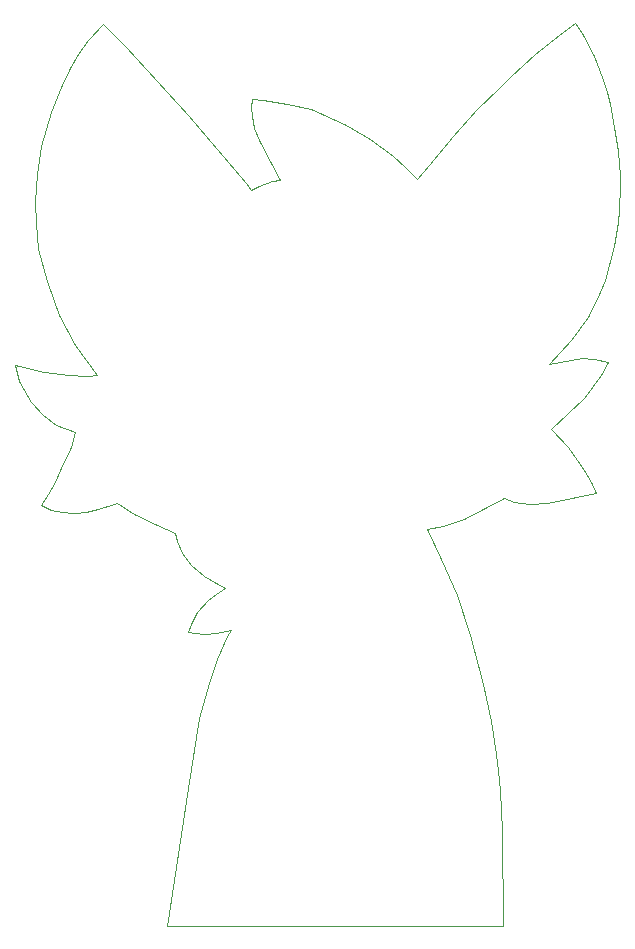
<source format=gbr>
%TF.GenerationSoftware,KiCad,Pcbnew,9.0.0*%
%TF.CreationDate,2025-04-08T13:38:05+08:00*%
%TF.ProjectId,project,70726f6a-6563-4742-9e6b-696361645f70,rev?*%
%TF.SameCoordinates,Original*%
%TF.FileFunction,Profile,NP*%
%FSLAX46Y46*%
G04 Gerber Fmt 4.6, Leading zero omitted, Abs format (unit mm)*
G04 Created by KiCad (PCBNEW 9.0.0) date 2025-04-08 13:38:05*
%MOMM*%
%LPD*%
G01*
G04 APERTURE LIST*
%TA.AperFunction,Profile*%
%ADD10C,0.050000*%
%TD*%
G04 APERTURE END LIST*
D10*
X148970000Y-29438254D02*
X150010000Y-31418254D01*
X150410000Y-32458254D01*
X150770000Y-33418254D01*
X151080000Y-34428254D01*
X151330000Y-35448254D01*
X151740000Y-37418254D01*
X152030000Y-39408254D01*
X152180000Y-41458254D01*
X152220000Y-42428254D01*
X152160000Y-44438254D01*
X152030000Y-45408254D01*
X151700000Y-47428254D01*
X150920000Y-50308254D01*
X150510000Y-51388254D01*
X149460000Y-53468254D01*
X148080000Y-55438254D01*
X146180000Y-57478254D01*
X148980000Y-56938254D01*
X150030000Y-57018254D01*
X151160000Y-57258254D01*
X150620000Y-58428254D01*
X149140000Y-60338254D01*
X147840000Y-61588254D01*
X146380000Y-62968254D01*
X147770000Y-64508254D01*
X149190000Y-66448254D01*
X149710000Y-67418254D01*
X150150000Y-68398254D01*
X146030000Y-69238254D01*
X144480000Y-69278254D01*
X143270000Y-69138254D01*
X142400000Y-68808254D01*
X138970000Y-70608254D01*
X137250000Y-71198254D01*
X135840000Y-71458254D01*
X137060000Y-73948254D01*
X138380000Y-76988254D01*
X139520000Y-80418254D01*
X140630000Y-84518254D01*
X141300000Y-87718254D01*
X141690000Y-90438254D01*
X141910000Y-91848254D01*
X142060000Y-93618254D01*
X142160000Y-95238254D01*
X142180000Y-96998254D01*
X142333334Y-105048254D01*
X113870149Y-105048254D01*
X115590000Y-93358254D01*
X116570000Y-87438254D01*
X117440000Y-84468254D01*
X118060000Y-82458254D01*
X118930000Y-80468254D01*
X119250000Y-79948254D01*
X118010000Y-80258254D01*
X117010000Y-80298254D01*
X115640000Y-80158254D01*
X115900000Y-79438254D01*
X116400000Y-78488254D01*
X117310000Y-77448254D01*
X117970000Y-76958254D01*
X118750000Y-76438254D01*
X118020000Y-75998254D01*
X116980000Y-75418254D01*
X115920000Y-74458254D01*
X115150000Y-73448254D01*
X114700000Y-72458254D01*
X114500000Y-71728254D01*
X113010000Y-71108254D01*
X111040000Y-70168254D01*
X109590000Y-69228254D01*
X108010000Y-69768254D01*
X107010000Y-69968254D01*
X105970000Y-70058254D01*
X105000000Y-70018254D01*
X104010000Y-69818254D01*
X103210000Y-69398254D01*
X103770000Y-68458254D01*
X104330000Y-67468254D01*
X104830000Y-66468254D01*
X105690000Y-64488254D01*
X106050000Y-63228254D01*
X104490000Y-62588254D01*
X103380000Y-61788254D01*
X102330000Y-60698254D01*
X101360000Y-58908254D01*
X101020000Y-57508254D01*
X103460000Y-58098254D01*
X105560000Y-58408254D01*
X107060000Y-58478254D01*
X107890000Y-58408254D01*
X106090000Y-55858254D01*
X104680000Y-53278254D01*
X103660000Y-50458254D01*
X102970000Y-47698254D01*
X102750000Y-45558254D01*
X102700000Y-43668254D01*
X102860000Y-41398254D01*
X103210000Y-39018254D01*
X104020000Y-36108254D01*
X104840000Y-34008254D01*
X105670000Y-32368254D01*
X106350000Y-31228254D01*
X107170000Y-30048254D01*
X108410000Y-28708254D01*
X110410000Y-30598254D01*
X115640000Y-36378254D01*
X120580000Y-42158254D01*
X120960000Y-42698254D01*
X121640000Y-42378254D01*
X122770000Y-41998254D01*
X123460000Y-41898254D01*
X122680000Y-40438254D01*
X121650000Y-38498254D01*
X121200000Y-37468254D01*
X121020000Y-36498254D01*
X120980000Y-35698254D01*
X121010000Y-35048254D01*
X121970000Y-35118254D01*
X124020000Y-35408254D01*
X126020000Y-35888254D01*
X126970000Y-36268254D01*
X129020000Y-37188254D01*
X131000000Y-38378254D01*
X132970000Y-39868254D01*
X134000000Y-40758254D01*
X135020000Y-41828254D01*
X136050000Y-40588254D01*
X138080000Y-38138254D01*
X140050000Y-35968254D01*
X142010000Y-33998254D01*
X143010000Y-33058254D01*
X144020000Y-32168254D01*
X145000000Y-31248254D01*
X147010000Y-29598254D01*
X148380000Y-28558254D01*
X148970000Y-29438254D01*
M02*

</source>
